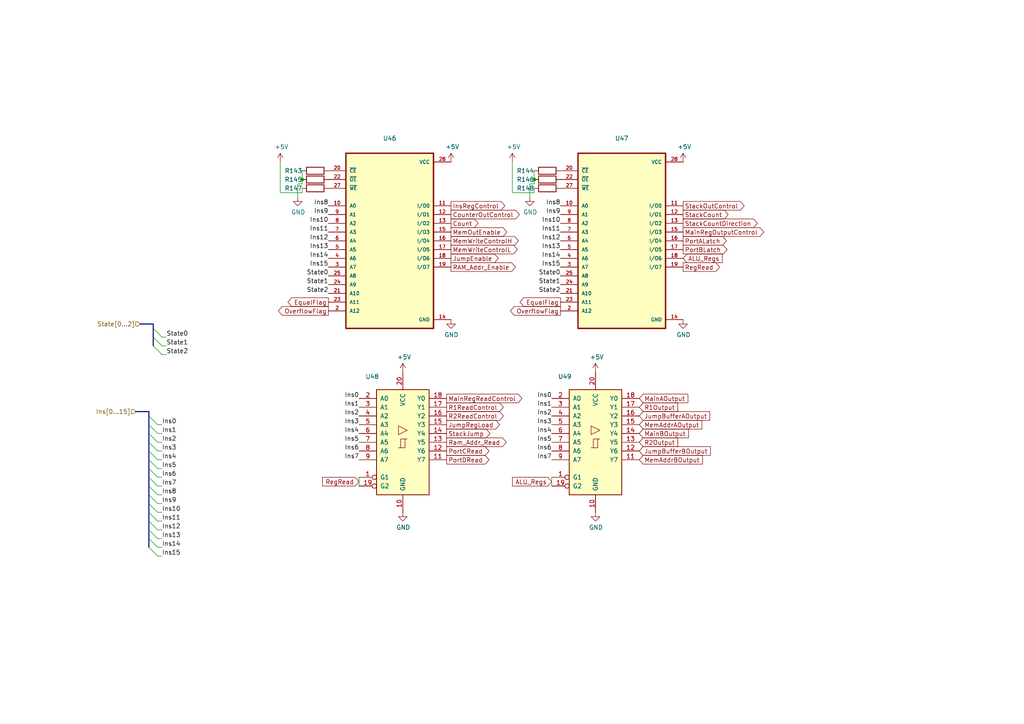
<source format=kicad_sch>
(kicad_sch (version 20211123) (generator eeschema)
  (paper "A4")
  (lib_symbols
    (symbol "74xx:74LS541" (pin_names (offset 1.016))
      (property "Reference" "U" (at -7.62 16.51 0))
      (property "Value" "74LS541" (at -7.62 -16.51 0))
      (symbol "74LS541_1_0"
        (polyline (pts (xy -0.635 -1.6002) (xy -0.635 0.9398) (xy 0.635 0.9398)))
        (polyline (pts (xy -1.27 -1.6002) (xy 0.635 -1.6002) (xy 0.635 0.9398) (xy 1.27 0.9398)))
        (polyline (pts (xy 1.27 3.4798) (xy -1.27 4.7498) (xy -1.27 2.2098) (xy 1.27 3.4798)) (stroke (width 0.1524)))
        (pin input inverted (at -12.7 -10.16 0) (length 5.08) (name "G1") (number "1"))
        (pin power_in line (at 0 -20.32 90) (length 5.08) (name "GND") (number "10"))
        (pin tri_state line (at 12.7 -5.08 180) (length 5.08) (name "Y7") (number "11"))
        (pin tri_state line (at 12.7 -2.54 180) (length 5.08) (name "Y6") (number "12"))
        (pin tri_state line (at 12.7 0 180) (length 5.08) (name "Y5") (number "13"))
        (pin tri_state line (at 12.7 2.54 180) (length 5.08) (name "Y4") (number "14"))
        (pin tri_state line (at 12.7 5.08 180) (length 5.08) (name "Y3") (number "15"))
        (pin tri_state line (at 12.7 7.62 180) (length 5.08) (name "Y2") (number "16"))
        (pin tri_state line (at 12.7 10.16 180) (length 5.08) (name "Y1") (number "17"))
        (pin tri_state line (at 12.7 12.7 180) (length 5.08) (name "Y0") (number "18"))
        (pin input inverted (at -12.7 -12.7 0) (length 5.08) (name "G2") (number "19"))
        (pin input line (at -12.7 12.7 0) (length 5.08) (name "A0") (number "2"))
        (pin power_in line (at 0 20.32 270) (length 5.08) (name "VCC") (number "20"))
        (pin input line (at -12.7 10.16 0) (length 5.08) (name "A1") (number "3"))
        (pin input line (at -12.7 7.62 0) (length 5.08) (name "A2") (number "4"))
        (pin input line (at -12.7 5.08 0) (length 5.08) (name "A3") (number "5"))
        (pin input line (at -12.7 2.54 0) (length 5.08) (name "A4") (number "6"))
        (pin input line (at -12.7 0 0) (length 5.08) (name "A5") (number "7"))
        (pin input line (at -12.7 -2.54 0) (length 5.08) (name "A6") (number "8"))
        (pin input line (at -12.7 -5.08 0) (length 5.08) (name "A7") (number "9"))
      )
      (symbol "74LS541_1_1"
        (rectangle (start -7.62 15.24) (end 7.62 -15.24) (stroke (width 0.254)) (fill (type background)))
      )
    )
    (symbol "MAX7000CPU-Gen2_5-rescue:AT28C64B-15PU" (pin_names (offset 1.016))
      (property "Reference" "U" (at -12.7 26.3906 0))
      (property "Value" "AT28C64B-15PU" (at -12.7 -29.3878 0))
      (symbol "AT28C64B-15PU_0_0"
        (rectangle (start -12.7 -25.4) (end 12.7 25.4) (stroke (width 0.4064)) (fill (type background)))
        (pin input line (at -17.78 10.16 0) (length 5.08) (name "A0") (number "10"))
        (pin bidirectional line (at 17.78 10.16 180) (length 5.08) (name "I/O0") (number "11"))
        (pin bidirectional line (at 17.78 7.62 180) (length 5.08) (name "I/O1") (number "12"))
        (pin bidirectional line (at 17.78 5.08 180) (length 5.08) (name "I/O2") (number "13"))
        (pin power_in line (at 17.78 -22.86 180) (length 5.08) (name "GND") (number "14"))
        (pin bidirectional line (at 17.78 2.54 180) (length 5.08) (name "I/O3") (number "15"))
        (pin bidirectional line (at 17.78 0 180) (length 5.08) (name "I/O4") (number "16"))
        (pin bidirectional line (at 17.78 -2.54 180) (length 5.08) (name "I/O5") (number "17"))
        (pin bidirectional line (at 17.78 -5.08 180) (length 5.08) (name "I/O6") (number "18"))
        (pin bidirectional line (at 17.78 -7.62 180) (length 5.08) (name "I/O7") (number "19"))
        (pin input line (at -17.78 -20.32 0) (length 5.08) (name "A12") (number "2"))
        (pin input line (at -17.78 20.32 0) (length 5.08) (name "~{CE}") (number "20"))
        (pin input line (at -17.78 -15.24 0) (length 5.08) (name "A10") (number "21"))
        (pin input line (at -17.78 17.78 0) (length 5.08) (name "~{OE}") (number "22"))
        (pin input line (at -17.78 -17.78 0) (length 5.08) (name "A11") (number "23"))
        (pin input line (at -17.78 -12.7 0) (length 5.08) (name "A9") (number "24"))
        (pin input line (at -17.78 -10.16 0) (length 5.08) (name "A8") (number "25"))
        (pin input line (at -17.78 15.24 0) (length 5.08) (name "~{WE}") (number "27"))
        (pin power_in line (at 17.78 22.86 180) (length 5.08) (name "VCC") (number "28"))
        (pin input line (at -17.78 -7.62 0) (length 5.08) (name "A7") (number "3"))
        (pin input line (at -17.78 -5.08 0) (length 5.08) (name "A6") (number "4"))
        (pin input line (at -17.78 -2.54 0) (length 5.08) (name "A5") (number "5"))
        (pin input line (at -17.78 0 0) (length 5.08) (name "A4") (number "6"))
        (pin input line (at -17.78 2.54 0) (length 5.08) (name "A3") (number "7"))
        (pin input line (at -17.78 5.08 0) (length 5.08) (name "A2") (number "8"))
        (pin input line (at -17.78 7.62 0) (length 5.08) (name "A1") (number "9"))
      )
    )
    (symbol "MAX7000CPU-Gen2_5-rescue:R-Device-MAX7000CPU-Gen2-rescue" (pin_numbers hide) (pin_names (offset 0))
      (property "Reference" "R" (at 2.032 0 90))
      (property "Value" "R-Device-MAX7000CPU-Gen2-rescue" (at 0 0 90))
      (symbol "R-Device-MAX7000CPU-Gen2-rescue_0_1"
        (rectangle (start -1.016 -2.54) (end 1.016 2.54) (stroke (width 0.254)))
      )
      (symbol "R-Device-MAX7000CPU-Gen2-rescue_1_1"
        (pin passive line (at 0 3.81 270) (length 1.27) (name "~") (number "1"))
        (pin passive line (at 0 -3.81 90) (length 1.27) (name "~") (number "2"))
      )
    )
    (symbol "power:+5V" (power) (pin_names (offset 0))
      (property "Value" "+5V" (at 0 3.556 0))
      (symbol "+5V_0_1"
        (polyline (pts (xy -0.762 1.27) (xy 0 2.54)))
        (polyline (pts (xy 0 0) (xy 0 2.54)))
        (polyline (pts (xy 0 2.54) (xy 0.762 1.27)))
      )
      (symbol "+5V_1_1"
        (pin power_in line (at 0 0 90) (length 0) hide (name "+5V") (number "1"))
      )
    )
    (symbol "power:GND" (power) (pin_names (offset 0))
      (property "Value" "GND" (at 0 -3.81 0))
      (symbol "GND_0_1"
        (polyline (pts (xy 0 0) (xy 0 -1.27) (xy 1.27 -1.27) (xy 0 -2.54) (xy -1.27 -1.27) (xy 0 -1.27)))
      )
      (symbol "GND_1_1"
        (pin power_in line (at 0 0 270) (length 0) hide (name "GND") (number "1"))
      )
    )
  )
  (junction (at 87.63 52.07))
  (junction (at 154.94 52.07))
  (bus_entry (at 43.18 125.73) (size 2.54 2.54))
  (bus_entry (at 44.45 97.79) (size 2.54 2.54))
  (bus_entry (at 43.18 120.65) (size 2.54 2.54))
  (bus_entry (at 43.18 135.89) (size 2.54 2.54))
  (bus_entry (at 43.18 128.27) (size 2.54 2.54))
  (bus_entry (at 43.18 151.13) (size 2.54 2.54))
  (bus_entry (at 43.18 133.35) (size 2.54 2.54))
  (bus_entry (at 43.18 143.51) (size 2.54 2.54))
  (bus_entry (at 43.18 158.75) (size 2.54 2.54))
  (bus_entry (at 44.45 95.25) (size 2.54 2.54))
  (bus_entry (at 43.18 156.21) (size 2.54 2.54))
  (bus_entry (at 43.18 146.05) (size 2.54 2.54))
  (bus_entry (at 43.18 140.97) (size 2.54 2.54))
  (bus_entry (at 43.18 148.59) (size 2.54 2.54))
  (bus_entry (at 43.18 123.19) (size 2.54 2.54))
  (bus_entry (at 43.18 138.43) (size 2.54 2.54))
  (bus_entry (at 43.18 130.81) (size 2.54 2.54))
  (bus_entry (at 43.18 153.67) (size 2.54 2.54))
  (bus_entry (at 44.45 100.33) (size 2.54 2.54))
  (bus (pts (xy 43.18 120.65) (xy 43.18 123.19)))
  (wire (pts (xy 153.67 53.34) (xy 153.67 57.15)))
  (wire (pts (xy 148.59 55.88) (xy 148.59 46.99)))
  (wire (pts (xy 45.72 130.81) (xy 46.99 130.81)))
  (wire (pts (xy 45.72 140.97) (xy 46.99 140.97)))
  (bus (pts (xy 43.18 130.81) (xy 43.18 133.35)))
  (wire (pts (xy 81.28 55.88) (xy 81.28 46.99)))
  (wire (pts (xy 87.63 53.34) (xy 86.36 53.34)))
  (wire (pts (xy 154.94 54.61) (xy 154.94 55.88)))
  (wire (pts (xy 45.72 153.67) (xy 46.99 153.67)))
  (wire (pts (xy 45.72 133.35) (xy 46.99 133.35)))
  (bus (pts (xy 43.18 146.05) (xy 43.18 148.59)))
  (bus (pts (xy 43.18 156.21) (xy 43.18 158.75)))
  (bus (pts (xy 43.18 153.67) (xy 43.18 156.21)))
  (wire (pts (xy 45.72 143.51) (xy 46.99 143.51)))
  (wire (pts (xy 154.94 52.07) (xy 154.94 53.34)))
  (bus (pts (xy 43.18 138.43) (xy 43.18 140.97)))
  (wire (pts (xy 154.94 49.53) (xy 154.94 52.07)))
  (bus (pts (xy 39.37 119.38) (xy 43.18 119.38)))
  (wire (pts (xy 86.36 53.34) (xy 86.36 57.15)))
  (wire (pts (xy 45.72 148.59) (xy 46.99 148.59)))
  (wire (pts (xy 45.72 128.27) (xy 46.99 128.27)))
  (wire (pts (xy 154.94 53.34) (xy 153.67 53.34)))
  (bus (pts (xy 43.18 128.27) (xy 43.18 130.81)))
  (wire (pts (xy 87.63 52.07) (xy 87.63 53.34)))
  (wire (pts (xy 45.72 123.19) (xy 46.99 123.19)))
  (wire (pts (xy 104.14 138.43) (xy 104.14 140.97)))
  (wire (pts (xy 46.99 97.79) (xy 48.26 97.79)))
  (bus (pts (xy 43.18 125.73) (xy 43.18 128.27)))
  (wire (pts (xy 87.63 55.88) (xy 81.28 55.88)))
  (wire (pts (xy 46.99 102.87) (xy 48.26 102.87)))
  (bus (pts (xy 43.18 143.51) (xy 43.18 146.05)))
  (bus (pts (xy 43.18 140.97) (xy 43.18 143.51)))
  (wire (pts (xy 160.02 138.43) (xy 160.02 140.97)))
  (wire (pts (xy 45.72 158.75) (xy 46.99 158.75)))
  (bus (pts (xy 43.18 151.13) (xy 43.18 153.67)))
  (wire (pts (xy 45.72 151.13) (xy 46.99 151.13)))
  (wire (pts (xy 45.72 135.89) (xy 46.99 135.89)))
  (wire (pts (xy 45.72 156.21) (xy 46.99 156.21)))
  (bus (pts (xy 40.64 93.98) (xy 44.45 93.98)))
  (wire (pts (xy 46.99 100.33) (xy 48.26 100.33)))
  (bus (pts (xy 43.18 133.35) (xy 43.18 135.89)))
  (bus (pts (xy 43.18 135.89) (xy 43.18 138.43)))
  (wire (pts (xy 87.63 49.53) (xy 87.63 52.07)))
  (bus (pts (xy 43.18 123.19) (xy 43.18 125.73)))
  (bus (pts (xy 43.18 119.38) (xy 43.18 120.65)))
  (wire (pts (xy 45.72 161.29) (xy 46.99 161.29)))
  (wire (pts (xy 154.94 55.88) (xy 148.59 55.88)))
  (wire (pts (xy 87.63 54.61) (xy 87.63 55.88)))
  (wire (pts (xy 45.72 125.73) (xy 46.99 125.73)))
  (wire (pts (xy 45.72 138.43) (xy 46.99 138.43)))
  (bus (pts (xy 43.18 148.59) (xy 43.18 151.13)))
  (bus (pts (xy 44.45 97.79) (xy 44.45 100.33)))
  (bus (pts (xy 44.45 93.98) (xy 44.45 95.25)))
  (wire (pts (xy 45.72 146.05) (xy 46.99 146.05)))
  (bus (pts (xy 44.45 95.25) (xy 44.45 97.79)))
  (label "Ins5" (at 104.14 128.27 180))
  (label "Ins3" (at 104.14 123.19 180))
  (label "State0" (at 48.26 97.79 0))
  (label "Ins6" (at 104.14 130.81 180))
  (label "Ins1" (at 160.02 118.11 180))
  (label "Ins11" (at 95.25 67.31 180))
  (label "Ins9" (at 95.25 62.23 180))
  (label "Ins13" (at 162.56 72.39 180))
  (label "Ins10" (at 95.25 64.77 180))
  (label "Ins5" (at 160.02 128.27 180))
  (label "Ins14" (at 162.56 74.93 180))
  (label "Ins6" (at 46.99 138.43 0))
  (label "Ins11" (at 46.99 151.13 0))
  (label "Ins4" (at 160.02 125.73 180))
  (label "State2" (at 162.56 85.09 180))
  (label "Ins13" (at 46.99 156.21 0))
  (label "Ins1" (at 46.99 125.73 0))
  (label "State0" (at 162.56 80.01 180))
  (label "State1" (at 48.26 100.33 0))
  (label "Ins11" (at 162.56 67.31 180))
  (label "Ins7" (at 160.02 133.35 180))
  (label "Ins12" (at 46.99 153.67 0))
  (label "State2" (at 48.26 102.87 0))
  (label "Ins12" (at 162.56 69.85 180))
  (label "Ins15" (at 95.25 77.47 180))
  (label "Ins7" (at 46.99 140.97 0))
  (label "Ins13" (at 95.25 72.39 180))
  (label "State2" (at 95.25 85.09 180))
  (label "Ins3" (at 160.02 123.19 180))
  (label "Ins7" (at 104.14 133.35 180))
  (label "Ins9" (at 162.56 62.23 180))
  (label "Ins8" (at 162.56 59.69 180))
  (label "Ins9" (at 46.99 146.05 0))
  (label "State1" (at 162.56 82.55 180))
  (label "Ins3" (at 46.99 130.81 0))
  (label "Ins2" (at 160.02 120.65 180))
  (label "Ins14" (at 46.99 158.75 0))
  (label "State0" (at 95.25 80.01 180))
  (label "Ins8" (at 46.99 143.51 0))
  (label "Ins15" (at 162.56 77.47 180))
  (label "Ins10" (at 162.56 64.77 180))
  (label "Ins15" (at 46.99 161.29 0))
  (label "Ins4" (at 46.99 133.35 0))
  (label "Ins2" (at 46.99 128.27 0))
  (label "Ins4" (at 104.14 125.73 180))
  (label "Ins8" (at 95.25 59.69 180))
  (label "Ins2" (at 104.14 120.65 180))
  (label "Ins0" (at 104.14 115.57 180))
  (label "Ins6" (at 160.02 130.81 180))
  (label "Ins10" (at 46.99 148.59 0))
  (label "Ins14" (at 95.25 74.93 180))
  (label "Ins1" (at 104.14 118.11 180))
  (label "Ins0" (at 46.99 123.19 0))
  (label "Ins0" (at 160.02 115.57 180))
  (label "Ins5" (at 46.99 135.89 0))
  (label "State1" (at 95.25 82.55 180))
  (label "Ins12" (at 95.25 69.85 180))
  (global_label "R2ReadControl" (shape output) (at 129.54 120.65 0) (property "Intersheet References" "${INTERSHEET_REFS}" (effects hide)))
  (global_label "RegRead" (shape output) (at 198.12 77.47 0) (property "Intersheet References" "${INTERSHEET_REFS}" (effects hide)))
  (global_label "MainRegOutputControl" (shape output) (at 198.12 67.31 0) (property "Intersheet References" "${INTERSHEET_REFS}" (effects hide)))
  (global_label "OverflowFlag" (shape output) (at 162.56 90.17 180) (property "Intersheet References" "${INTERSHEET_REFS}" (effects hide)))
  (global_label "JumpEnable" (shape output) (at 130.81 74.93 0) (property "Intersheet References" "${INTERSHEET_REFS}" (effects hide)))
  (global_label "MainBOutput" (shape input) (at 185.42 125.73 0) (property "Intersheet References" "${INTERSHEET_REFS}" (effects hide)))
  (global_label "MemOutEnable" (shape output) (at 130.81 67.31 0) (property "Intersheet References" "${INTERSHEET_REFS}" (effects hide)))
  (global_label "StackCount" (shape output) (at 198.12 62.23 0) (property "Intersheet References" "${INTERSHEET_REFS}" (effects hide)))
  (global_label "InsRegControl" (shape output) (at 130.81 59.69 0) (property "Intersheet References" "${INTERSHEET_REFS}" (effects hide)))
  (global_label "StackOutControl" (shape output) (at 198.12 59.69 0) (property "Intersheet References" "${INTERSHEET_REFS}" (effects hide)))
  (global_label "PortBLatch" (shape output) (at 198.12 72.39 0) (property "Intersheet References" "${INTERSHEET_REFS}" (effects hide)))
  (global_label "MainRegReadControl" (shape output) (at 129.54 115.57 0) (property "Intersheet References" "${INTERSHEET_REFS}" (effects hide)))
  (global_label "JumpBufferBOutput" (shape input) (at 185.42 130.81 0) (property "Intersheet References" "${INTERSHEET_REFS}" (effects hide)))
  (global_label "MainAOutput" (shape input) (at 185.42 115.57 0) (property "Intersheet References" "${INTERSHEET_REFS}" (effects hide)))
  (global_label "OverflowFlag" (shape output) (at 95.25 90.17 180) (property "Intersheet References" "${INTERSHEET_REFS}" (effects hide)))
  (global_label "PortALatch" (shape output) (at 198.12 69.85 0) (property "Intersheet References" "${INTERSHEET_REFS}" (effects hide)))
  (global_label "ALU_Regs" (shape input) (at 198.12 74.93 0) (property "Intersheet References" "${INTERSHEET_REFS}" (effects hide)))
  (global_label "R2Output" (shape input) (at 185.42 128.27 0) (property "Intersheet References" "${INTERSHEET_REFS}" (effects hide)))
  (global_label "JumpRegLoad" (shape output) (at 129.54 123.19 0) (property "Intersheet References" "${INTERSHEET_REFS}" (effects hide)))
  (global_label "StackJump" (shape output) (at 129.54 125.73 0) (property "Intersheet References" "${INTERSHEET_REFS}" (effects hide)))
  (global_label "R1ReadControl" (shape output) (at 129.54 118.11 0) (property "Intersheet References" "${INTERSHEET_REFS}" (effects hide)))
  (global_label "MemAddrAOutput" (shape input) (at 185.42 123.19 0) (property "Intersheet References" "${INTERSHEET_REFS}" (effects hide)))
  (global_label "R1Output" (shape input) (at 185.42 118.11 0) (property "Intersheet References" "${INTERSHEET_REFS}" (effects hide)))
  (global_label "ALU_Regs" (shape input) (at 160.02 139.7 180) (property "Intersheet References" "${INTERSHEET_REFS}" (effects hide)))
  (global_label "MemAddrBOutput" (shape input) (at 185.42 133.35 0) (property "Intersheet References" "${INTERSHEET_REFS}" (effects hide)))
  (global_label "RegRead" (shape input) (at 104.14 139.7 180) (property "Intersheet References" "${INTERSHEET_REFS}" (effects hide)))
  (global_label "Ram_Addr_Read" (shape output) (at 129.54 128.27 0) (property "Intersheet References" "${INTERSHEET_REFS}" (effects hide)))
  (global_label "JumpBufferAOutput" (shape input) (at 185.42 120.65 0) (property "Intersheet References" "${INTERSHEET_REFS}" (effects hide)))
  (global_label "StackCountDirection" (shape output) (at 198.12 64.77 0) (property "Intersheet References" "${INTERSHEET_REFS}" (effects hide)))
  (global_label "PortCRead" (shape output) (at 129.54 130.81 0) (property "Intersheet References" "${INTERSHEET_REFS}" (effects hide)))
  (global_label "MemWriteControlL" (shape output) (at 130.81 72.39 0) (property "Intersheet References" "${INTERSHEET_REFS}" (effects hide)))
  (global_label "RAM_Addr_Enable" (shape output) (at 130.81 77.47 0) (property "Intersheet References" "${INTERSHEET_REFS}" (effects hide)))
  (global_label "Count" (shape output) (at 130.81 64.77 0) (property "Intersheet References" "${INTERSHEET_REFS}" (effects hide)))
  (global_label "MemWriteControlH" (shape output) (at 130.81 69.85 0) (property "Intersheet References" "${INTERSHEET_REFS}" (effects hide)))
  (global_label "CounterOutControl" (shape output) (at 130.81 62.23 0) (property "Intersheet References" "${INTERSHEET_REFS}" (effects hide)))
  (global_label "PortDRead" (shape output) (at 129.54 133.35 0) (property "Intersheet References" "${INTERSHEET_REFS}" (effects hide)))
  (global_label "EqualFlag" (shape output) (at 162.56 87.63 180) (property "Intersheet References" "${INTERSHEET_REFS}" (effects hide)))
  (global_label "EqualFlag" (shape output) (at 95.25 87.63 180) (property "Intersheet References" "${INTERSHEET_REFS}" (effects hide)))
  (hierarchical_label "State[0...2]" (shape input) (at 40.64 93.98 180))
  (hierarchical_label "Ins[0...15]" (shape input) (at 39.37 119.38 180))
  (symbol (lib_id "MAX7000CPU-Gen2_5-rescue:AT28C64B-15PU") (at 113.03 69.85 0) (unit 1)
    (property "Reference" "U46" (at 113.03 40.132 0))
    (property "MANUFACTURER" "Microchip Technology" (effects hide))
    (property "PARTREV" "B" (effects hide))
    (property "MAXIMUM_PACKAGE_HEIGHT" "4.826 mm" (effects hide))
    (property "STANDARD" "IPC 7351B" (effects hide))
  )
  (symbol (lib_id "MAX7000CPU-Gen2_5-rescue:R-Device-MAX7000CPU-Gen2-rescue") (at 91.44 49.53 270) (unit 1)
    (property "Reference" "R143" (at 82.55 49.53 90) (effects (justify left)))
  )
  (symbol (lib_id "MAX7000CPU-Gen2_5-rescue:R-Device-MAX7000CPU-Gen2-rescue") (at 91.44 52.07 270) (unit 1)
    (property "Reference" "R145" (at 82.55 52.07 90) (effects (justify left)))
  )
  (symbol (lib_id "MAX7000CPU-Gen2_5-rescue:R-Device-MAX7000CPU-Gen2-rescue") (at 91.44 54.61 270) (unit 1)
    (property "Reference" "R147" (at 82.55 54.61 90) (effects (justify left)))
  )
  (symbol (lib_id "power:+5V") (at 81.28 46.99 0) (unit 1)
    (property "Reference" "#PWR0126" (effects hide))
  )
  (symbol (lib_id "power:GND") (at 86.36 57.15 0) (unit 1)
    (property "Reference" "#PWR0130" (effects hide))
  )
  (symbol (lib_id "power:GND") (at 130.81 92.71 0) (unit 1)
    (property "Reference" "#PWR0132" (effects hide))
  )
  (symbol (lib_id "power:+5V") (at 130.81 46.99 0) (unit 1)
    (property "Reference" "#PWR0127" (effects hide))
  )
  (symbol (lib_id "MAX7000CPU-Gen2_5-rescue:AT28C64B-15PU") (at 180.34 69.85 0) (unit 1)
    (property "Reference" "U47" (at 180.34 40.132 0))
    (property "MANUFACTURER" "Microchip Technology" (effects hide))
    (property "PARTREV" "B" (effects hide))
    (property "MAXIMUM_PACKAGE_HEIGHT" "4.826 mm" (effects hide))
    (property "STANDARD" "IPC 7351B" (effects hide))
  )
  (symbol (lib_id "MAX7000CPU-Gen2_5-rescue:R-Device-MAX7000CPU-Gen2-rescue") (at 158.75 49.53 270) (unit 1)
    (property "Reference" "R144" (at 149.86 49.53 90) (effects (justify left)))
  )
  (symbol (lib_id "MAX7000CPU-Gen2_5-rescue:R-Device-MAX7000CPU-Gen2-rescue") (at 158.75 52.07 270) (unit 1)
    (property "Reference" "R146" (at 149.86 52.07 90) (effects (justify left)))
  )
  (symbol (lib_id "MAX7000CPU-Gen2_5-rescue:R-Device-MAX7000CPU-Gen2-rescue") (at 158.75 54.61 270) (unit 1)
    (property "Reference" "R148" (at 149.86 54.61 90) (effects (justify left)))
  )
  (symbol (lib_id "power:+5V") (at 148.59 46.99 0) (unit 1)
    (property "Reference" "#PWR0128" (effects hide))
  )
  (symbol (lib_id "power:GND") (at 153.67 57.15 0) (unit 1)
    (property "Reference" "#PWR0131" (effects hide))
  )
  (symbol (lib_id "power:+5V") (at 198.12 46.99 0) (unit 1)
    (property "Reference" "#PWR0129" (effects hide))
  )
  (symbol (lib_id "power:GND") (at 198.12 92.71 0) (unit 1)
    (property "Reference" "#PWR0133" (effects hide))
  )
  (symbol (lib_id "power:+5V") (at 116.84 107.95 0) (unit 1)
    (property "Reference" "#PWR0134" (effects hide))
  )
  (symbol (lib_id "power:GND") (at 116.84 148.59 0) (unit 1)
    (property "Reference" "#PWR0136" (effects hide))
  )
  (symbol (lib_id "power:+5V") (at 172.72 107.95 0) (unit 1)
    (property "Reference" "#PWR0135" (effects hide))
  )
  (symbol (lib_id "power:GND") (at 172.72 148.59 0) (unit 1)
    (property "Reference" "#PWR0137" (effects hide))
  )
  (symbol (lib_id "74xx:74LS541") (at 116.84 128.27 0) (unit 1)
    (property "Reference" "U48" (at 107.95 109.22 0))
    (property "Datasheet" "http://www.ti.com/lit/gpn/sn74LS541" (effects hide))
  )
  (symbol (lib_id "74xx:74LS541") (at 172.72 128.27 0) (unit 1)
    (property "Reference" "U49" (at 163.83 109.22 0))
    (property "Datasheet" "http://www.ti.com/lit/gpn/sn74LS541" (effects hide))
  )
)
</source>
